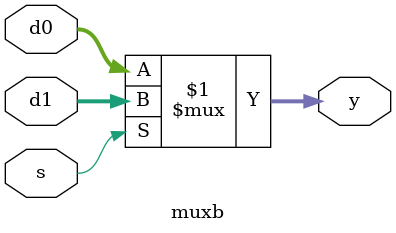
<source format=sv>
module muxb (
    input  logic [3:0] d0,
    input  logic [3:0] d1,
    input  logic       s,
    output logic [3:0] y
);

  assign y = s ? d1 : d0;

endmodule

</source>
